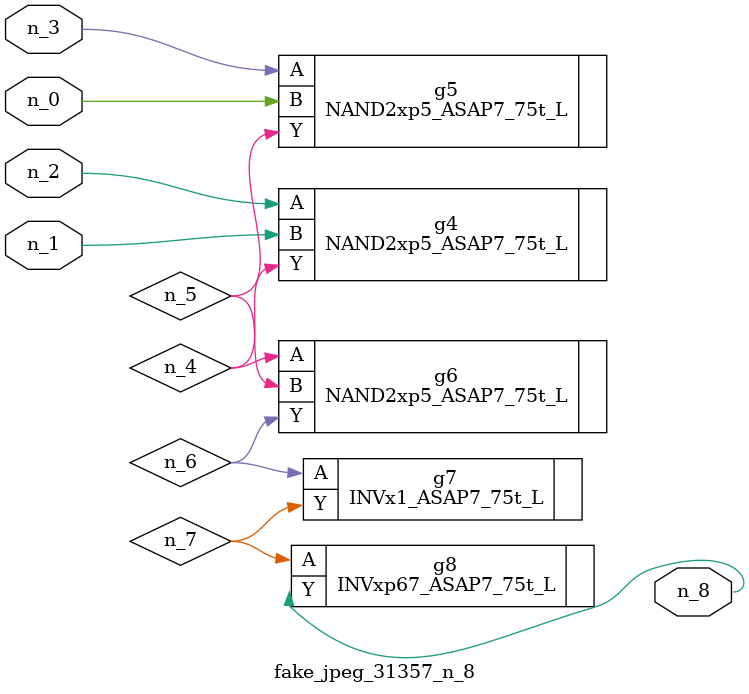
<source format=v>
module fake_jpeg_31357_n_8 (n_0, n_3, n_2, n_1, n_8);

input n_0;
input n_3;
input n_2;
input n_1;

output n_8;

wire n_4;
wire n_6;
wire n_5;
wire n_7;

NAND2xp5_ASAP7_75t_L g4 ( 
.A(n_2),
.B(n_1),
.Y(n_4)
);

NAND2xp5_ASAP7_75t_L g5 ( 
.A(n_3),
.B(n_0),
.Y(n_5)
);

NAND2xp5_ASAP7_75t_L g6 ( 
.A(n_4),
.B(n_5),
.Y(n_6)
);

INVx1_ASAP7_75t_L g7 ( 
.A(n_6),
.Y(n_7)
);

INVxp67_ASAP7_75t_L g8 ( 
.A(n_7),
.Y(n_8)
);


endmodule
</source>
